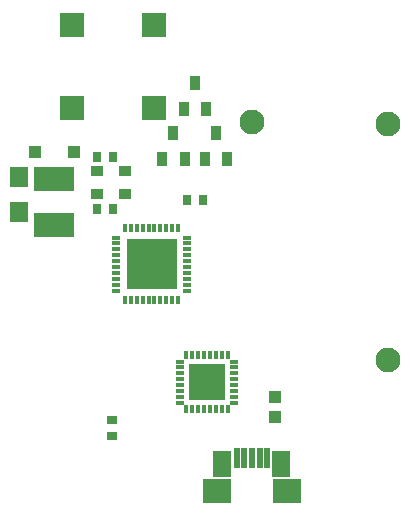
<source format=gbr>
G04 EAGLE Gerber RS-274X export*
G75*
%MOMM*%
%FSLAX34Y34*%
%LPD*%
%AMOC8*
5,1,8,0,0,1.08239X$1,22.5*%
G01*
%ADD10C,2.101600*%
%ADD11R,0.401600X0.701600*%
%ADD12R,0.701600X0.401600*%
%ADD13R,3.101600X3.101600*%
%ADD14R,0.863600X0.660400*%
%ADD15R,1.117600X0.990600*%
%ADD16R,0.660400X0.863600*%
%ADD17R,0.551600X1.801600*%
%ADD18R,1.576600X2.201600*%
%ADD19R,2.476600X2.001600*%
%ADD20R,1.117600X0.863600*%
%ADD21R,1.117600X1.117600*%
%ADD22R,0.863600X1.168400*%
%ADD23R,3.501600X2.001600*%
%ADD24R,1.501600X1.701600*%
%ADD25R,0.401600X0.801600*%
%ADD26R,0.801600X0.401600*%
%ADD27R,4.301600X4.301600*%
%ADD28R,2.101600X2.101600*%


D10*
X0Y0D03*
D11*
X-55500Y-197000D03*
X-50500Y-197000D03*
X-45500Y-197000D03*
X-40500Y-197000D03*
X-35500Y-197000D03*
X-30500Y-197000D03*
X-25500Y-197000D03*
X-20500Y-197000D03*
D12*
X-15000Y-202500D03*
X-15000Y-207500D03*
X-15000Y-212500D03*
X-15000Y-217500D03*
X-15000Y-222500D03*
X-15000Y-227500D03*
X-15000Y-232500D03*
X-15000Y-237500D03*
D11*
X-20500Y-243000D03*
X-25500Y-243000D03*
X-30500Y-243000D03*
X-35500Y-243000D03*
X-40500Y-243000D03*
X-45500Y-243000D03*
X-50500Y-243000D03*
X-55500Y-243000D03*
D12*
X-61000Y-237500D03*
X-61000Y-232500D03*
X-61000Y-227500D03*
X-61000Y-222500D03*
X-61000Y-217500D03*
X-61000Y-212500D03*
X-61000Y-207500D03*
X-61000Y-202500D03*
D13*
X-38000Y-220000D03*
D14*
X-118150Y-252150D03*
X-118150Y-265150D03*
D15*
X19500Y-249500D03*
X19500Y-232500D03*
D16*
X-118000Y-29000D03*
X-131000Y-29000D03*
X-131000Y-73200D03*
X-118000Y-73200D03*
X-41750Y-66100D03*
X-54750Y-66100D03*
D10*
X115500Y-1000D03*
X115500Y-201000D03*
D17*
X0Y-284000D03*
X6500Y-284000D03*
X-6500Y-284000D03*
X-13000Y-284000D03*
X13000Y-284000D03*
D18*
X25000Y-289000D03*
X-25000Y-289000D03*
D19*
X29500Y-312000D03*
X-29500Y-312000D03*
D20*
X-107200Y-60475D03*
X-131213Y-60475D03*
X-131213Y-41525D03*
X-107200Y-41525D03*
D21*
X-151040Y-25250D03*
X-183960Y-25250D03*
D22*
X-66500Y-9000D03*
X-76000Y-31000D03*
X-57000Y-31000D03*
X-48000Y33000D03*
X-57500Y11000D03*
X-38500Y11000D03*
X-30500Y-9000D03*
X-40000Y-31000D03*
X-21000Y-31000D03*
D23*
X-167500Y-86500D03*
X-167500Y-47500D03*
D24*
X-197500Y-76000D03*
X-197500Y-46000D03*
D25*
X-107500Y-89750D03*
X-102500Y-89750D03*
X-97500Y-89750D03*
X-92500Y-89750D03*
X-87500Y-89750D03*
X-82500Y-89750D03*
X-77500Y-89750D03*
X-72500Y-89750D03*
X-67500Y-89750D03*
X-62500Y-89750D03*
D26*
X-54750Y-97500D03*
X-54750Y-102500D03*
X-54750Y-107500D03*
X-54750Y-112500D03*
X-54750Y-117500D03*
X-54750Y-122500D03*
X-54750Y-127500D03*
X-54750Y-132500D03*
X-54750Y-137500D03*
X-54750Y-142500D03*
D25*
X-62500Y-150250D03*
X-67500Y-150250D03*
X-72500Y-150250D03*
X-77500Y-150250D03*
X-82500Y-150250D03*
X-87500Y-150250D03*
X-92500Y-150250D03*
X-97500Y-150250D03*
X-102500Y-150250D03*
X-107500Y-150250D03*
D26*
X-115250Y-142500D03*
X-115250Y-137500D03*
X-115250Y-132500D03*
X-115250Y-127500D03*
X-115250Y-122500D03*
X-115250Y-117500D03*
X-115250Y-112500D03*
X-115250Y-107500D03*
X-115250Y-102500D03*
X-115250Y-97500D03*
D27*
X-85000Y-120000D03*
D28*
X-82500Y12500D03*
X-152500Y12500D03*
X-152500Y82500D03*
X-82500Y82500D03*
M02*

</source>
